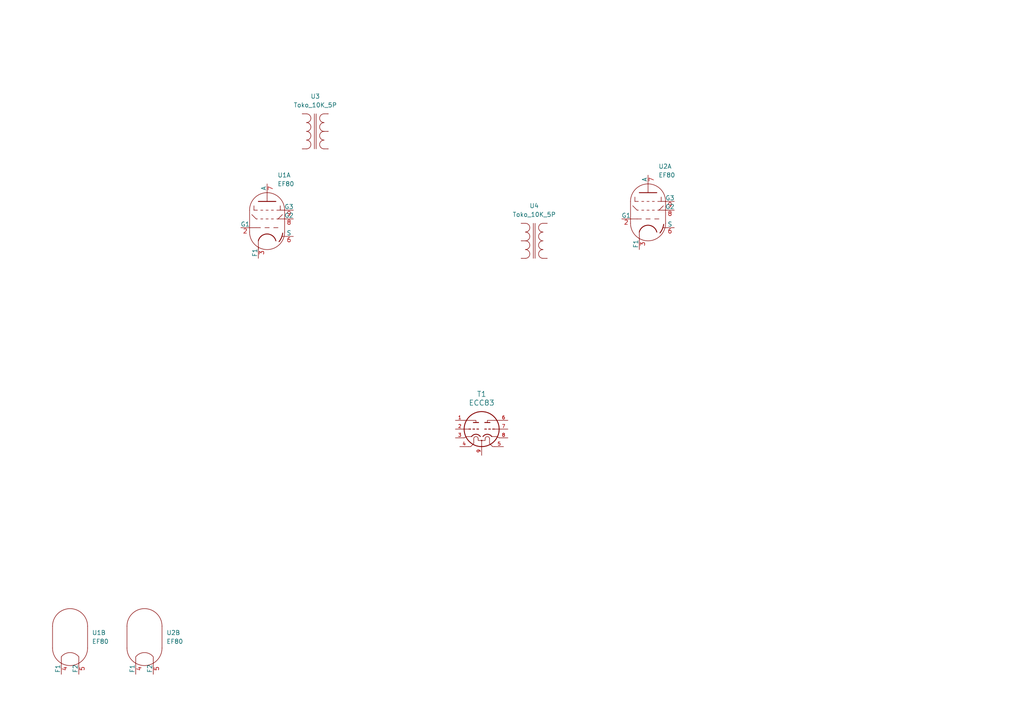
<source format=kicad_sch>
(kicad_sch (version 20231120) (generator "eeschema") (generator_version "8.0")
  (paper "A4")
  (lib_symbols
    (symbol "Valve:EF80" (pin_names (offset 0))
      (property "Reference" "U" (at 3.556 8.89 0))
      (property "Value" "EF80" (at 5.08 -8.89 0))
      (symbol "EF80_0_1"
        (arc (start -5.08 -2.54) (mid 0 -7.5979) (end 5.08 -2.54))
        (polyline (pts (xy -5.08 3.81) (xy -5.08 -2.54) (xy -5.08 -2.54)))
        (polyline (pts (xy 5.08 -2.54) (xy 5.08 3.81) (xy 5.08 3.81)))
        (arc (start 5.08 3.81) (mid 0 8.8679) (end -5.08 3.81))
      )
      (symbol "EF80_1_0"
        (polyline (pts (xy -5.08 -1.27) (xy -3.175 -1.27)))
        (polyline (pts (xy -2.54 -5.08) (xy -2.54 -7.62)))
        (polyline (pts (xy -0.635 -1.27) (xy 0.635 -1.27)) (stroke (width 0.1524)))
        (polyline (pts (xy 0 6.35) (xy 0 8.89)))
        (polyline (pts (xy 1.905 -1.27) (xy 3.175 -1.27)) (stroke (width 0.1524)))
        (polyline (pts (xy 3.175 1.27) (xy 5.08 1.27)))
        (polyline (pts (xy 3.8862 3.81) (xy 5.08 3.81)))
        (polyline (pts (xy 4.318 -3.7846) (xy 4.3434 -3.81)))
        (polyline (pts (xy 4.9276 -3.81) (xy 4.3434 -3.81)))
      )
      (symbol "EF80_1_1"
        (polyline (pts (xy -4.445 2.54) (xy -3.175 1.27)) (stroke (width 0.1524)))
        (polyline (pts (xy -3.81 3.81) (xy -2.794 3.81)) (stroke (width 0.1524)))
        (polyline (pts (xy -3.81 5.08) (xy -3.81 3.81)) (stroke (width 0.1524)))
        (polyline (pts (xy -3.175 1.27) (xy -2.794 1.27)) (stroke (width 0.1524)))
        (polyline (pts (xy -1.905 -1.27) (xy -3.175 -1.27)) (stroke (width 0.1524)))
        (polyline (pts (xy -1.8542 1.27) (xy -1.2192 1.27)) (stroke (width 0.1524)))
        (polyline (pts (xy -1.8542 3.81) (xy -1.2192 3.81)) (stroke (width 0.1524)))
        (polyline (pts (xy -0.3302 1.27) (xy 0.3302 1.27)) (stroke (width 0.1524)))
        (polyline (pts (xy -0.3302 3.81) (xy 0.3302 3.81)) (stroke (width 0.1524)))
        (polyline (pts (xy 1.2192 1.27) (xy 1.8542 1.27)) (stroke (width 0.1524)))
        (polyline (pts (xy 1.2192 3.81) (xy 1.8542 3.81)) (stroke (width 0.1524)))
        (polyline (pts (xy 2.794 1.27) (xy 3.175 1.27)) (stroke (width 0.1524)))
        (polyline (pts (xy 3.81 3.81) (xy 2.794 3.81)) (stroke (width 0.1524)))
        (polyline (pts (xy 3.81 5.08) (xy 3.81 3.81)) (stroke (width 0.1524)))
        (polyline (pts (xy 4.445 2.54) (xy 3.175 1.27)) (stroke (width 0.1524)))
        (polyline (pts (xy -2.54 6.35) (xy 2.54 6.35) (xy 2.54 6.35)) (stroke (width 0.254)))
        (arc (start 2.54 -5.08) (mid 0 -3.0968) (end -2.54 -5.08) (stroke (width 0.254)))
        (arc (start 3.4544 -5.334) (mid 4.168 -4.168) (end 4.5212 -2.8448) (stroke (width 0.254)))
        (pin input line (at -7.62 -1.27 0) (length 2.54) (name "G1") (number "2"))
        (pin power_in line (at -2.54 -10.16 90) (length 3.302) (name "F1") (number "3"))
        (pin input line (at 7.62 -3.81 180) (length 2.54) (name "S") (number "6"))
        (pin output line (at 0 11.43 270) (length 2.54) (name "A") (number "7"))
        (pin input line (at 7.62 1.27 180) (length 2.54) (name "G2") (number "8"))
        (pin input line (at 7.62 3.81 180) (length 2.54) (name "G3") (number "9"))
      )
      (symbol "EF80_2_1"
        (polyline (pts (xy -2.54 -6.858) (xy -2.54 -5.08) (xy -2.54 -5.08)))
        (polyline (pts (xy 2.54 -6.858) (xy 2.54 -5.08) (xy 2.54 -5.08)))
        (arc (start 2.54 -5.08) (mid 0 -3.8592) (end -2.54 -5.08))
        (pin power_in line (at -2.54 -10.16 90) (length 3.302) (name "F1") (number "4"))
        (pin power_in line (at 2.54 -10.16 90) (length 3.302) (name "F2") (number "5"))
      )
    )
    (symbol "kicad_lceda:Toko_10K_5P" (pin_numbers hide) (pin_names (offset 1.016) hide)
      (property "Reference" "U" (at 0 7.874 0))
      (property "Value" "Toko_10K_5P" (at 0 12.954 0))
      (symbol "Toko_10K_5P_1_1"
        (arc (start -2.54 -5.08) (mid -1.27 -3.81) (end -2.54 -2.54) (stroke (width 0.1524)))
        (arc (start -2.54 -2.54) (mid -1.27 -1.27) (end -2.54 0) (stroke (width 0.1524)))
        (arc (start -2.54 0) (mid -1.27 1.27) (end -2.54 2.54) (stroke (width 0.1524)))
        (arc (start -2.54 2.54) (mid -1.27 3.81) (end -2.54 5.08) (stroke (width 0.1524)))
        (polyline (pts (xy -2.54 -5.08) (xy -3.556 -5.08)) (stroke (width 0.1524)))
        (polyline (pts (xy -2.54 0) (xy -3.556 0)) (stroke (width 0.1524)))
        (polyline (pts (xy -2.54 5.08) (xy -3.556 5.08)) (stroke (width 0.1524)))
        (polyline (pts (xy -0.254 5.08) (xy -0.254 -5.08)) (stroke (width 0.1524)))
        (polyline (pts (xy 0.254 5.08) (xy 0.254 -5.08)) (stroke (width 0.1524)))
        (polyline (pts (xy 3.556 -5.08) (xy 2.54 -5.08)) (stroke (width 0.1524)))
        (polyline (pts (xy 3.556 5.08) (xy 2.54 5.08)) (stroke (width 0.1524)))
        (arc (start 2.54 -2.54) (mid 1.27 -3.81) (end 2.54 -5.08) (stroke (width 0.1524)))
        (arc (start 2.54 0) (mid 1.27 -1.27) (end 2.54 -2.54) (stroke (width 0.1524)))
        (arc (start 2.54 2.54) (mid 1.27 1.27) (end 2.54 0) (stroke (width 0.1524)))
        (arc (start 2.54 5.08) (mid 1.27 3.81) (end 2.54 2.54) (stroke (width 0.1524)))
        (pin input line (at 3.81 5.08 180) (length 0.254) (name "1") (number "1"))
        (pin input line (at 3.81 -5.08 180) (length 0.254) (name "2") (number "2"))
        (pin input line (at -3.81 5.08 0) (length 0.254) (name "3") (number "3"))
        (pin input line (at -3.81 0 0) (length 0.254) (name "4") (number "4"))
        (pin input line (at -3.81 -5.08 0) (length 0.254) (name "5") (number "5"))
      )
    )
    (symbol "w_vacuum:ECC83" (pin_names (offset 0.0254) hide)
      (property "Reference" "T" (at 0 8.89 0))
      (property "Value" "ECC83" (at 0 6.35 0))
      (symbol "ECC83_0_1"
        (arc (start -1.016 -2.794) (mid -1.651 -2.1617) (end -2.286 -2.794))
        (arc (start -0.381 -2.159) (mid -1.651 -1.4978) (end -2.921 -2.159) (stroke (width 0.254)))
        (circle (center 0 -3.302) (radius 0.127))
        (polyline (pts (xy -5.08 0) (xy -3.683 0)))
        (polyline (pts (xy -3.683 0) (xy -3.175 0)) (stroke (width 0.254)))
        (polyline (pts (xy -2.54 0) (xy -2.032 0)) (stroke (width 0.254)))
        (polyline (pts (xy -2.413 1.905) (xy -0.889 1.905)) (stroke (width 0.254)))
        (polyline (pts (xy -1.397 0) (xy -0.889 0)) (stroke (width 0.254)))
        (polyline (pts (xy 0 -3.302) (xy 0 -5.08)))
        (polyline (pts (xy 0.889 0) (xy 1.397 0)) (stroke (width 0.254)))
        (polyline (pts (xy 0.889 1.905) (xy 2.413 1.905)) (stroke (width 0.254)))
        (polyline (pts (xy 2.032 0) (xy 2.54 0)) (stroke (width 0.254)))
        (polyline (pts (xy 3.175 0) (xy 3.683 0)) (stroke (width 0.254)))
        (polyline (pts (xy 3.683 0) (xy 5.08 0)))
        (polyline (pts (xy -2.921 -2.159) (xy -4.318 -2.159) (xy -5.08 -2.54)))
        (polyline (pts (xy -1.651 1.905) (xy -1.651 2.54) (xy -5.08 2.54)))
        (polyline (pts (xy 2.921 -2.159) (xy 4.318 -2.159) (xy 5.08 -2.54)))
        (polyline (pts (xy 5.08 2.54) (xy 1.651 2.54) (xy 1.651 1.905)))
        (polyline (pts (xy -2.286 -2.794) (xy -2.286 -4.191) (xy -3.175 -5.08) (xy -3.81 -5.08)))
        (polyline (pts (xy -1.016 -2.794) (xy -1.016 -3.302) (xy 1.016 -3.302) (xy 1.016 -2.794)))
        (polyline (pts (xy 2.286 -2.794) (xy 2.286 -4.191) (xy 3.175 -5.08) (xy 3.81 -5.08)))
        (circle (center 0 0) (radius 5.08) (stroke (width 0.254)))
        (arc (start 2.286 -2.794) (mid 1.651 -2.1617) (end 1.016 -2.794))
        (arc (start 2.921 -2.159) (mid 1.651 -1.4978) (end 0.381 -2.159) (stroke (width 0.254)))
      )
      (symbol "ECC83_1_1"
        (pin input line (at -7.62 2.54 0) (length 2.54) (name "qT1") (number "1"))
        (pin input line (at -7.62 0 0) (length 2.54) (name "gT1") (number "2"))
        (pin input line (at -7.62 -2.54 0) (length 2.54) (name "kT1") (number "3"))
        (pin input line (at -6.35 -5.08 0) (length 2.54) (name "h") (number "4"))
        (pin input line (at 6.35 -5.08 180) (length 2.54) (name "h") (number "5"))
        (pin input line (at 7.62 2.54 180) (length 2.54) (name "qT2") (number "6"))
        (pin input line (at 7.62 0 180) (length 2.54) (name "gT2") (number "7"))
        (pin input line (at 7.62 -2.54 180) (length 2.54) (name "kT2") (number "8"))
        (pin input line (at 0 -7.62 90) (length 2.54) (name "hc") (number "9"))
      )
    )
  )
  (symbol (lib_id "Valve:EF80") (at 20.32 185.42 0) (unit 2)
    (property "Reference" "U1" (at 26.67 183.5149 0) (effects (justify left)))
    (property "Value" "EF80" (at 26.67 186.0549 0) (effects (justify left)))
    (property "Footprint" "Valve:Valve_Noval_P" (effects (hide yes)))
    (property "Datasheet" "http://www.r-type.org/pdfs/ef80.pdf" (effects (hide yes)))
    (property "Description" "pentode" (effects (hide yes)))
  )
  (symbol (lib_id "Valve:EF80") (at 77.47 64.77 0) (unit 1)
    (property "Reference" "U1" (at 80.4865 50.8 0) (effects (justify left)))
    (property "Value" "EF80" (at 80.4865 53.34 0) (effects (justify left)))
    (property "Footprint" "Valve:Valve_Noval_P" (effects (hide yes)))
    (property "Datasheet" "http://www.r-type.org/pdfs/ef80.pdf" (effects (hide yes)))
    (property "Description" "pentode" (effects (hide yes)))
  )
  (symbol (lib_id "Valve:EF80") (at 187.96 62.23 0) (unit 1)
    (property "Reference" "U2" (at 190.9765 48.26 0) (effects (justify left)))
    (property "Value" "EF80" (at 190.9765 50.8 0) (effects (justify left)))
    (property "Footprint" "Valve:Valve_Noval_P" (effects (hide yes)))
    (property "Datasheet" "http://www.r-type.org/pdfs/ef80.pdf" (effects (hide yes)))
    (property "Description" "pentode" (effects (hide yes)))
  )
  (symbol (lib_id "w_vacuum:ECC83") (at 139.7 124.46 0) (unit 1)
    (property "Reference" "T1" (at 139.7 114.3 0) (effects (font (size 1.524 1.524))))
    (property "Value" "ECC83" (at 139.7 116.84 0) (effects (font (size 1.524 1.524))))
    (property "Description" "12AX7 type Double Triode Vacuum tube" (effects (hide yes)))
  )
  (symbol (lib_id "kicad_lceda:Toko_10K_5P") (at 154.94 69.85 0) (unit 1)
    (property "Reference" "U4" (at 154.94 59.69 0))
    (property "Value" "Toko_10K_5P" (at 154.94 62.23 0))
    (property "Footprint" "kicad_lceda:TOKO_10K" (effects (hide yes)))
    (property "uuid" "std:87a17f8cfdad4e5fb8d203186b4a07aa" (effects (hide yes)))
  )
  (symbol (lib_id "kicad_lceda:Toko_10K_5P") (at 91.44 38.1 0) (mirror y) (unit 1)
    (property "Reference" "U3" (at 91.44 27.94 0))
    (property "Value" "Toko_10K_5P" (at 91.44 30.48 0))
    (property "Footprint" "kicad_lceda:TOKO_10K" (effects (hide yes)))
    (property "uuid" "std:87a17f8cfdad4e5fb8d203186b4a07aa" (effects (hide yes)))
  )
  (symbol (lib_id "Valve:EF80") (at 41.91 185.42 0) (unit 2)
    (property "Reference" "U2" (at 48.26 183.5149 0) (effects (justify left)))
    (property "Value" "EF80" (at 48.26 186.0549 0) (effects (justify left)))
    (property "Footprint" "Valve:Valve_Noval_P" (effects (hide yes)))
    (property "Datasheet" "http://www.r-type.org/pdfs/ef80.pdf" (effects (hide yes)))
    (property "Description" "pentode" (effects (hide yes)))
  )
)
</source>
